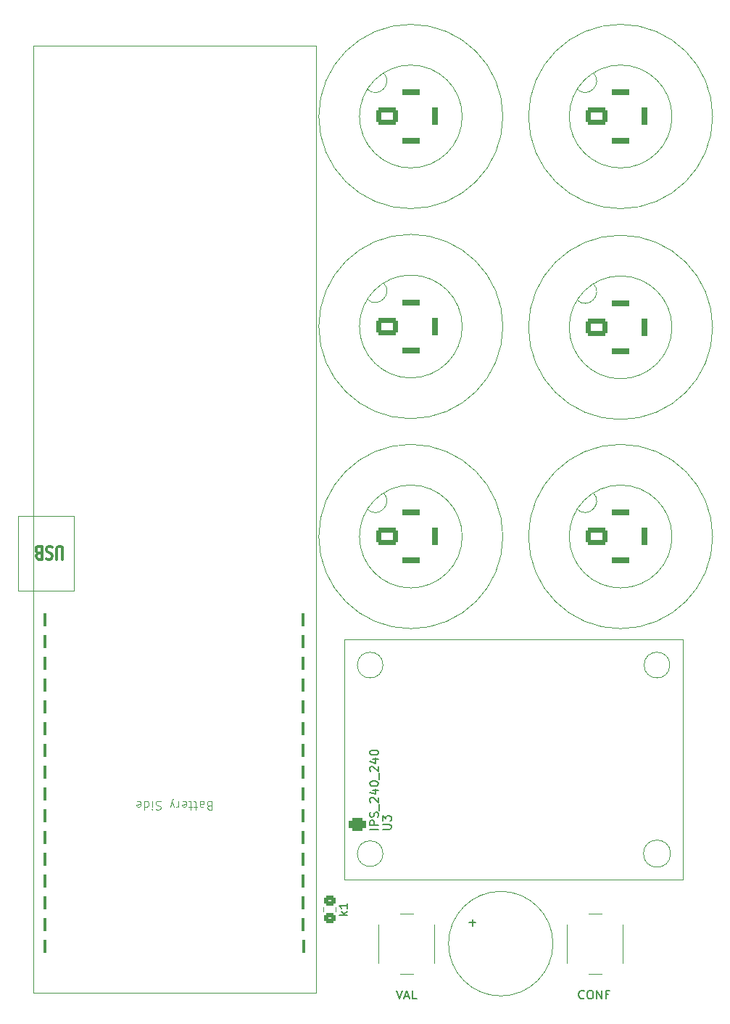
<source format=gbr>
%TF.GenerationSoftware,KiCad,Pcbnew,9.0.2*%
%TF.CreationDate,2025-10-29T16:28:32+01:00*%
%TF.ProjectId,neverx_main,6e657665-7278-45f6-9d61-696e2e6b6963,rev?*%
%TF.SameCoordinates,Original*%
%TF.FileFunction,Legend,Top*%
%TF.FilePolarity,Positive*%
%FSLAX46Y46*%
G04 Gerber Fmt 4.6, Leading zero omitted, Abs format (unit mm)*
G04 Created by KiCad (PCBNEW 9.0.2) date 2025-10-29 16:28:32*
%MOMM*%
%LPD*%
G01*
G04 APERTURE LIST*
G04 Aperture macros list*
%AMRoundRect*
0 Rectangle with rounded corners*
0 $1 Rounding radius*
0 $2 $3 $4 $5 $6 $7 $8 $9 X,Y pos of 4 corners*
0 Add a 4 corners polygon primitive as box body*
4,1,4,$2,$3,$4,$5,$6,$7,$8,$9,$2,$3,0*
0 Add four circle primitives for the rounded corners*
1,1,$1+$1,$2,$3*
1,1,$1+$1,$4,$5*
1,1,$1+$1,$6,$7*
1,1,$1+$1,$8,$9*
0 Add four rect primitives between the rounded corners*
20,1,$1+$1,$2,$3,$4,$5,0*
20,1,$1+$1,$4,$5,$6,$7,0*
20,1,$1+$1,$6,$7,$8,$9,0*
20,1,$1+$1,$8,$9,$2,$3,0*%
G04 Aperture macros list end*
%ADD10C,0.150000*%
%ADD11C,0.100000*%
%ADD12C,0.300000*%
%ADD13C,0.120000*%
%ADD14C,3.200000*%
%ADD15R,2.000000X2.000000*%
%ADD16C,2.000000*%
%ADD17RoundRect,0.250000X0.450000X-0.350000X0.450000X0.350000X-0.450000X0.350000X-0.450000X-0.350000X0*%
%ADD18RoundRect,0.300000X-1.000000X-0.700000X1.000000X-0.700000X1.000000X0.700000X-1.000000X0.700000X0*%
%ADD19RoundRect,1.000000X0.000010X-0.300000X0.000010X0.300000X-0.000010X0.300000X-0.000010X-0.300000X0*%
%ADD20RoundRect,1.000000X-0.300000X-0.000010X0.300000X-0.000010X0.300000X0.000010X-0.300000X0.000010X0*%
%ADD21RoundRect,1.000000X-0.000010X0.300000X-0.000010X-0.300000X0.000010X-0.300000X0.000010X0.300000X0*%
%ADD22RoundRect,0.400000X0.600000X-0.400000X0.600000X0.400000X-0.600000X0.400000X-0.600000X-0.400000X0*%
%ADD23O,2.000000X1.600000*%
%ADD24RoundRect,0.800000X0.200000X-0.000010X0.200000X0.000010X-0.200000X0.000010X-0.200000X-0.000010X0*%
G04 APERTURE END LIST*
D10*
X141319048Y-139533866D02*
X142080953Y-139533866D01*
X141700000Y-139914819D02*
X141700000Y-139152914D01*
X127104819Y-138642856D02*
X126104819Y-138642856D01*
X126723866Y-138547618D02*
X127104819Y-138261904D01*
X126438152Y-138261904D02*
X126819104Y-138642856D01*
X127104819Y-137309523D02*
X127104819Y-137880951D01*
X127104819Y-137595237D02*
X126104819Y-137595237D01*
X126104819Y-137595237D02*
X126247676Y-137690475D01*
X126247676Y-137690475D02*
X126342914Y-137785713D01*
X126342914Y-137785713D02*
X126390533Y-137880951D01*
X132833333Y-147454819D02*
X133166666Y-148454819D01*
X133166666Y-148454819D02*
X133499999Y-147454819D01*
X133785714Y-148169104D02*
X134261904Y-148169104D01*
X133690476Y-148454819D02*
X134023809Y-147454819D01*
X134023809Y-147454819D02*
X134357142Y-148454819D01*
X135166666Y-148454819D02*
X134690476Y-148454819D01*
X134690476Y-148454819D02*
X134690476Y-147454819D01*
X131204819Y-128663220D02*
X132014342Y-128663220D01*
X132014342Y-128663220D02*
X132109580Y-128615601D01*
X132109580Y-128615601D02*
X132157200Y-128567982D01*
X132157200Y-128567982D02*
X132204819Y-128472744D01*
X132204819Y-128472744D02*
X132204819Y-128282268D01*
X132204819Y-128282268D02*
X132157200Y-128187030D01*
X132157200Y-128187030D02*
X132109580Y-128139411D01*
X132109580Y-128139411D02*
X132014342Y-128091792D01*
X132014342Y-128091792D02*
X131204819Y-128091792D01*
X131204819Y-127710839D02*
X131204819Y-127091792D01*
X131204819Y-127091792D02*
X131585771Y-127425125D01*
X131585771Y-127425125D02*
X131585771Y-127282268D01*
X131585771Y-127282268D02*
X131633390Y-127187030D01*
X131633390Y-127187030D02*
X131681009Y-127139411D01*
X131681009Y-127139411D02*
X131776247Y-127091792D01*
X131776247Y-127091792D02*
X132014342Y-127091792D01*
X132014342Y-127091792D02*
X132109580Y-127139411D01*
X132109580Y-127139411D02*
X132157200Y-127187030D01*
X132157200Y-127187030D02*
X132204819Y-127282268D01*
X132204819Y-127282268D02*
X132204819Y-127567982D01*
X132204819Y-127567982D02*
X132157200Y-127663220D01*
X132157200Y-127663220D02*
X132109580Y-127710839D01*
X130704819Y-128663220D02*
X129704819Y-128663220D01*
X130704819Y-128187030D02*
X129704819Y-128187030D01*
X129704819Y-128187030D02*
X129704819Y-127806078D01*
X129704819Y-127806078D02*
X129752438Y-127710840D01*
X129752438Y-127710840D02*
X129800057Y-127663221D01*
X129800057Y-127663221D02*
X129895295Y-127615602D01*
X129895295Y-127615602D02*
X130038152Y-127615602D01*
X130038152Y-127615602D02*
X130133390Y-127663221D01*
X130133390Y-127663221D02*
X130181009Y-127710840D01*
X130181009Y-127710840D02*
X130228628Y-127806078D01*
X130228628Y-127806078D02*
X130228628Y-128187030D01*
X130657200Y-127234649D02*
X130704819Y-127091792D01*
X130704819Y-127091792D02*
X130704819Y-126853697D01*
X130704819Y-126853697D02*
X130657200Y-126758459D01*
X130657200Y-126758459D02*
X130609580Y-126710840D01*
X130609580Y-126710840D02*
X130514342Y-126663221D01*
X130514342Y-126663221D02*
X130419104Y-126663221D01*
X130419104Y-126663221D02*
X130323866Y-126710840D01*
X130323866Y-126710840D02*
X130276247Y-126758459D01*
X130276247Y-126758459D02*
X130228628Y-126853697D01*
X130228628Y-126853697D02*
X130181009Y-127044173D01*
X130181009Y-127044173D02*
X130133390Y-127139411D01*
X130133390Y-127139411D02*
X130085771Y-127187030D01*
X130085771Y-127187030D02*
X129990533Y-127234649D01*
X129990533Y-127234649D02*
X129895295Y-127234649D01*
X129895295Y-127234649D02*
X129800057Y-127187030D01*
X129800057Y-127187030D02*
X129752438Y-127139411D01*
X129752438Y-127139411D02*
X129704819Y-127044173D01*
X129704819Y-127044173D02*
X129704819Y-126806078D01*
X129704819Y-126806078D02*
X129752438Y-126663221D01*
X130800057Y-126472745D02*
X130800057Y-125710840D01*
X129800057Y-125520363D02*
X129752438Y-125472744D01*
X129752438Y-125472744D02*
X129704819Y-125377506D01*
X129704819Y-125377506D02*
X129704819Y-125139411D01*
X129704819Y-125139411D02*
X129752438Y-125044173D01*
X129752438Y-125044173D02*
X129800057Y-124996554D01*
X129800057Y-124996554D02*
X129895295Y-124948935D01*
X129895295Y-124948935D02*
X129990533Y-124948935D01*
X129990533Y-124948935D02*
X130133390Y-124996554D01*
X130133390Y-124996554D02*
X130704819Y-125567982D01*
X130704819Y-125567982D02*
X130704819Y-124948935D01*
X130038152Y-124091792D02*
X130704819Y-124091792D01*
X129657200Y-124329887D02*
X130371485Y-124567982D01*
X130371485Y-124567982D02*
X130371485Y-123948935D01*
X129704819Y-123377506D02*
X129704819Y-123282268D01*
X129704819Y-123282268D02*
X129752438Y-123187030D01*
X129752438Y-123187030D02*
X129800057Y-123139411D01*
X129800057Y-123139411D02*
X129895295Y-123091792D01*
X129895295Y-123091792D02*
X130085771Y-123044173D01*
X130085771Y-123044173D02*
X130323866Y-123044173D01*
X130323866Y-123044173D02*
X130514342Y-123091792D01*
X130514342Y-123091792D02*
X130609580Y-123139411D01*
X130609580Y-123139411D02*
X130657200Y-123187030D01*
X130657200Y-123187030D02*
X130704819Y-123282268D01*
X130704819Y-123282268D02*
X130704819Y-123377506D01*
X130704819Y-123377506D02*
X130657200Y-123472744D01*
X130657200Y-123472744D02*
X130609580Y-123520363D01*
X130609580Y-123520363D02*
X130514342Y-123567982D01*
X130514342Y-123567982D02*
X130323866Y-123615601D01*
X130323866Y-123615601D02*
X130085771Y-123615601D01*
X130085771Y-123615601D02*
X129895295Y-123567982D01*
X129895295Y-123567982D02*
X129800057Y-123520363D01*
X129800057Y-123520363D02*
X129752438Y-123472744D01*
X129752438Y-123472744D02*
X129704819Y-123377506D01*
X130800057Y-122853697D02*
X130800057Y-122091792D01*
X129800057Y-121901315D02*
X129752438Y-121853696D01*
X129752438Y-121853696D02*
X129704819Y-121758458D01*
X129704819Y-121758458D02*
X129704819Y-121520363D01*
X129704819Y-121520363D02*
X129752438Y-121425125D01*
X129752438Y-121425125D02*
X129800057Y-121377506D01*
X129800057Y-121377506D02*
X129895295Y-121329887D01*
X129895295Y-121329887D02*
X129990533Y-121329887D01*
X129990533Y-121329887D02*
X130133390Y-121377506D01*
X130133390Y-121377506D02*
X130704819Y-121948934D01*
X130704819Y-121948934D02*
X130704819Y-121329887D01*
X130038152Y-120472744D02*
X130704819Y-120472744D01*
X129657200Y-120710839D02*
X130371485Y-120948934D01*
X130371485Y-120948934D02*
X130371485Y-120329887D01*
X129704819Y-119758458D02*
X129704819Y-119663220D01*
X129704819Y-119663220D02*
X129752438Y-119567982D01*
X129752438Y-119567982D02*
X129800057Y-119520363D01*
X129800057Y-119520363D02*
X129895295Y-119472744D01*
X129895295Y-119472744D02*
X130085771Y-119425125D01*
X130085771Y-119425125D02*
X130323866Y-119425125D01*
X130323866Y-119425125D02*
X130514342Y-119472744D01*
X130514342Y-119472744D02*
X130609580Y-119520363D01*
X130609580Y-119520363D02*
X130657200Y-119567982D01*
X130657200Y-119567982D02*
X130704819Y-119663220D01*
X130704819Y-119663220D02*
X130704819Y-119758458D01*
X130704819Y-119758458D02*
X130657200Y-119853696D01*
X130657200Y-119853696D02*
X130609580Y-119901315D01*
X130609580Y-119901315D02*
X130514342Y-119948934D01*
X130514342Y-119948934D02*
X130323866Y-119996553D01*
X130323866Y-119996553D02*
X130085771Y-119996553D01*
X130085771Y-119996553D02*
X129895295Y-119948934D01*
X129895295Y-119948934D02*
X129800057Y-119901315D01*
X129800057Y-119901315D02*
X129752438Y-119853696D01*
X129752438Y-119853696D02*
X129704819Y-119758458D01*
D11*
X110947619Y-125901390D02*
X110804762Y-125853771D01*
X110804762Y-125853771D02*
X110757143Y-125806152D01*
X110757143Y-125806152D02*
X110709524Y-125710914D01*
X110709524Y-125710914D02*
X110709524Y-125568057D01*
X110709524Y-125568057D02*
X110757143Y-125472819D01*
X110757143Y-125472819D02*
X110804762Y-125425200D01*
X110804762Y-125425200D02*
X110900000Y-125377580D01*
X110900000Y-125377580D02*
X111280952Y-125377580D01*
X111280952Y-125377580D02*
X111280952Y-126377580D01*
X111280952Y-126377580D02*
X110947619Y-126377580D01*
X110947619Y-126377580D02*
X110852381Y-126329961D01*
X110852381Y-126329961D02*
X110804762Y-126282342D01*
X110804762Y-126282342D02*
X110757143Y-126187104D01*
X110757143Y-126187104D02*
X110757143Y-126091866D01*
X110757143Y-126091866D02*
X110804762Y-125996628D01*
X110804762Y-125996628D02*
X110852381Y-125949009D01*
X110852381Y-125949009D02*
X110947619Y-125901390D01*
X110947619Y-125901390D02*
X111280952Y-125901390D01*
X109852381Y-125377580D02*
X109852381Y-125901390D01*
X109852381Y-125901390D02*
X109900000Y-125996628D01*
X109900000Y-125996628D02*
X109995238Y-126044247D01*
X109995238Y-126044247D02*
X110185714Y-126044247D01*
X110185714Y-126044247D02*
X110280952Y-125996628D01*
X109852381Y-125425200D02*
X109947619Y-125377580D01*
X109947619Y-125377580D02*
X110185714Y-125377580D01*
X110185714Y-125377580D02*
X110280952Y-125425200D01*
X110280952Y-125425200D02*
X110328571Y-125520438D01*
X110328571Y-125520438D02*
X110328571Y-125615676D01*
X110328571Y-125615676D02*
X110280952Y-125710914D01*
X110280952Y-125710914D02*
X110185714Y-125758533D01*
X110185714Y-125758533D02*
X109947619Y-125758533D01*
X109947619Y-125758533D02*
X109852381Y-125806152D01*
X109519047Y-126044247D02*
X109138095Y-126044247D01*
X109376190Y-126377580D02*
X109376190Y-125520438D01*
X109376190Y-125520438D02*
X109328571Y-125425200D01*
X109328571Y-125425200D02*
X109233333Y-125377580D01*
X109233333Y-125377580D02*
X109138095Y-125377580D01*
X108947618Y-126044247D02*
X108566666Y-126044247D01*
X108804761Y-126377580D02*
X108804761Y-125520438D01*
X108804761Y-125520438D02*
X108757142Y-125425200D01*
X108757142Y-125425200D02*
X108661904Y-125377580D01*
X108661904Y-125377580D02*
X108566666Y-125377580D01*
X107852380Y-125425200D02*
X107947618Y-125377580D01*
X107947618Y-125377580D02*
X108138094Y-125377580D01*
X108138094Y-125377580D02*
X108233332Y-125425200D01*
X108233332Y-125425200D02*
X108280951Y-125520438D01*
X108280951Y-125520438D02*
X108280951Y-125901390D01*
X108280951Y-125901390D02*
X108233332Y-125996628D01*
X108233332Y-125996628D02*
X108138094Y-126044247D01*
X108138094Y-126044247D02*
X107947618Y-126044247D01*
X107947618Y-126044247D02*
X107852380Y-125996628D01*
X107852380Y-125996628D02*
X107804761Y-125901390D01*
X107804761Y-125901390D02*
X107804761Y-125806152D01*
X107804761Y-125806152D02*
X108280951Y-125710914D01*
X107376189Y-125377580D02*
X107376189Y-126044247D01*
X107376189Y-125853771D02*
X107328570Y-125949009D01*
X107328570Y-125949009D02*
X107280951Y-125996628D01*
X107280951Y-125996628D02*
X107185713Y-126044247D01*
X107185713Y-126044247D02*
X107090475Y-126044247D01*
X106852379Y-126044247D02*
X106614284Y-125377580D01*
X106376189Y-126044247D02*
X106614284Y-125377580D01*
X106614284Y-125377580D02*
X106709522Y-125139485D01*
X106709522Y-125139485D02*
X106757141Y-125091866D01*
X106757141Y-125091866D02*
X106852379Y-125044247D01*
X105280950Y-125425200D02*
X105138093Y-125377580D01*
X105138093Y-125377580D02*
X104899998Y-125377580D01*
X104899998Y-125377580D02*
X104804760Y-125425200D01*
X104804760Y-125425200D02*
X104757141Y-125472819D01*
X104757141Y-125472819D02*
X104709522Y-125568057D01*
X104709522Y-125568057D02*
X104709522Y-125663295D01*
X104709522Y-125663295D02*
X104757141Y-125758533D01*
X104757141Y-125758533D02*
X104804760Y-125806152D01*
X104804760Y-125806152D02*
X104899998Y-125853771D01*
X104899998Y-125853771D02*
X105090474Y-125901390D01*
X105090474Y-125901390D02*
X105185712Y-125949009D01*
X105185712Y-125949009D02*
X105233331Y-125996628D01*
X105233331Y-125996628D02*
X105280950Y-126091866D01*
X105280950Y-126091866D02*
X105280950Y-126187104D01*
X105280950Y-126187104D02*
X105233331Y-126282342D01*
X105233331Y-126282342D02*
X105185712Y-126329961D01*
X105185712Y-126329961D02*
X105090474Y-126377580D01*
X105090474Y-126377580D02*
X104852379Y-126377580D01*
X104852379Y-126377580D02*
X104709522Y-126329961D01*
X104280950Y-125377580D02*
X104280950Y-126044247D01*
X104280950Y-126377580D02*
X104328569Y-126329961D01*
X104328569Y-126329961D02*
X104280950Y-126282342D01*
X104280950Y-126282342D02*
X104233331Y-126329961D01*
X104233331Y-126329961D02*
X104280950Y-126377580D01*
X104280950Y-126377580D02*
X104280950Y-126282342D01*
X103376189Y-125377580D02*
X103376189Y-126377580D01*
X103376189Y-125425200D02*
X103471427Y-125377580D01*
X103471427Y-125377580D02*
X103661903Y-125377580D01*
X103661903Y-125377580D02*
X103757141Y-125425200D01*
X103757141Y-125425200D02*
X103804760Y-125472819D01*
X103804760Y-125472819D02*
X103852379Y-125568057D01*
X103852379Y-125568057D02*
X103852379Y-125853771D01*
X103852379Y-125853771D02*
X103804760Y-125949009D01*
X103804760Y-125949009D02*
X103757141Y-125996628D01*
X103757141Y-125996628D02*
X103661903Y-126044247D01*
X103661903Y-126044247D02*
X103471427Y-126044247D01*
X103471427Y-126044247D02*
X103376189Y-125996628D01*
X102519046Y-125425200D02*
X102614284Y-125377580D01*
X102614284Y-125377580D02*
X102804760Y-125377580D01*
X102804760Y-125377580D02*
X102899998Y-125425200D01*
X102899998Y-125425200D02*
X102947617Y-125520438D01*
X102947617Y-125520438D02*
X102947617Y-125901390D01*
X102947617Y-125901390D02*
X102899998Y-125996628D01*
X102899998Y-125996628D02*
X102804760Y-126044247D01*
X102804760Y-126044247D02*
X102614284Y-126044247D01*
X102614284Y-126044247D02*
X102519046Y-125996628D01*
X102519046Y-125996628D02*
X102471427Y-125901390D01*
X102471427Y-125901390D02*
X102471427Y-125806152D01*
X102471427Y-125806152D02*
X102947617Y-125710914D01*
D12*
X93816917Y-97149171D02*
X93816917Y-95934885D01*
X93816917Y-95934885D02*
X93759774Y-95792028D01*
X93759774Y-95792028D02*
X93702632Y-95720600D01*
X93702632Y-95720600D02*
X93588346Y-95649171D01*
X93588346Y-95649171D02*
X93359774Y-95649171D01*
X93359774Y-95649171D02*
X93245489Y-95720600D01*
X93245489Y-95720600D02*
X93188346Y-95792028D01*
X93188346Y-95792028D02*
X93131203Y-95934885D01*
X93131203Y-95934885D02*
X93131203Y-97149171D01*
X92616917Y-95720600D02*
X92445489Y-95649171D01*
X92445489Y-95649171D02*
X92159774Y-95649171D01*
X92159774Y-95649171D02*
X92045489Y-95720600D01*
X92045489Y-95720600D02*
X91988346Y-95792028D01*
X91988346Y-95792028D02*
X91931203Y-95934885D01*
X91931203Y-95934885D02*
X91931203Y-96077742D01*
X91931203Y-96077742D02*
X91988346Y-96220600D01*
X91988346Y-96220600D02*
X92045489Y-96292028D01*
X92045489Y-96292028D02*
X92159774Y-96363457D01*
X92159774Y-96363457D02*
X92388346Y-96434885D01*
X92388346Y-96434885D02*
X92502631Y-96506314D01*
X92502631Y-96506314D02*
X92559774Y-96577742D01*
X92559774Y-96577742D02*
X92616917Y-96720600D01*
X92616917Y-96720600D02*
X92616917Y-96863457D01*
X92616917Y-96863457D02*
X92559774Y-97006314D01*
X92559774Y-97006314D02*
X92502631Y-97077742D01*
X92502631Y-97077742D02*
X92388346Y-97149171D01*
X92388346Y-97149171D02*
X92102631Y-97149171D01*
X92102631Y-97149171D02*
X91931203Y-97077742D01*
X91016917Y-96434885D02*
X90845489Y-96363457D01*
X90845489Y-96363457D02*
X90788346Y-96292028D01*
X90788346Y-96292028D02*
X90731203Y-96149171D01*
X90731203Y-96149171D02*
X90731203Y-95934885D01*
X90731203Y-95934885D02*
X90788346Y-95792028D01*
X90788346Y-95792028D02*
X90845489Y-95720600D01*
X90845489Y-95720600D02*
X90959774Y-95649171D01*
X90959774Y-95649171D02*
X91416917Y-95649171D01*
X91416917Y-95649171D02*
X91416917Y-97149171D01*
X91416917Y-97149171D02*
X91016917Y-97149171D01*
X91016917Y-97149171D02*
X90902632Y-97077742D01*
X90902632Y-97077742D02*
X90845489Y-97006314D01*
X90845489Y-97006314D02*
X90788346Y-96863457D01*
X90788346Y-96863457D02*
X90788346Y-96720600D01*
X90788346Y-96720600D02*
X90845489Y-96577742D01*
X90845489Y-96577742D02*
X90902632Y-96506314D01*
X90902632Y-96506314D02*
X91016917Y-96434885D01*
X91016917Y-96434885D02*
X91416917Y-96434885D01*
D10*
X154733333Y-148359580D02*
X154685714Y-148407200D01*
X154685714Y-148407200D02*
X154542857Y-148454819D01*
X154542857Y-148454819D02*
X154447619Y-148454819D01*
X154447619Y-148454819D02*
X154304762Y-148407200D01*
X154304762Y-148407200D02*
X154209524Y-148311961D01*
X154209524Y-148311961D02*
X154161905Y-148216723D01*
X154161905Y-148216723D02*
X154114286Y-148026247D01*
X154114286Y-148026247D02*
X154114286Y-147883390D01*
X154114286Y-147883390D02*
X154161905Y-147692914D01*
X154161905Y-147692914D02*
X154209524Y-147597676D01*
X154209524Y-147597676D02*
X154304762Y-147502438D01*
X154304762Y-147502438D02*
X154447619Y-147454819D01*
X154447619Y-147454819D02*
X154542857Y-147454819D01*
X154542857Y-147454819D02*
X154685714Y-147502438D01*
X154685714Y-147502438D02*
X154733333Y-147550057D01*
X155352381Y-147454819D02*
X155542857Y-147454819D01*
X155542857Y-147454819D02*
X155638095Y-147502438D01*
X155638095Y-147502438D02*
X155733333Y-147597676D01*
X155733333Y-147597676D02*
X155780952Y-147788152D01*
X155780952Y-147788152D02*
X155780952Y-148121485D01*
X155780952Y-148121485D02*
X155733333Y-148311961D01*
X155733333Y-148311961D02*
X155638095Y-148407200D01*
X155638095Y-148407200D02*
X155542857Y-148454819D01*
X155542857Y-148454819D02*
X155352381Y-148454819D01*
X155352381Y-148454819D02*
X155257143Y-148407200D01*
X155257143Y-148407200D02*
X155161905Y-148311961D01*
X155161905Y-148311961D02*
X155114286Y-148121485D01*
X155114286Y-148121485D02*
X155114286Y-147788152D01*
X155114286Y-147788152D02*
X155161905Y-147597676D01*
X155161905Y-147597676D02*
X155257143Y-147502438D01*
X155257143Y-147502438D02*
X155352381Y-147454819D01*
X156209524Y-148454819D02*
X156209524Y-147454819D01*
X156209524Y-147454819D02*
X156780952Y-148454819D01*
X156780952Y-148454819D02*
X156780952Y-147454819D01*
X157590476Y-147931009D02*
X157257143Y-147931009D01*
X157257143Y-148454819D02*
X157257143Y-147454819D01*
X157257143Y-147454819D02*
X157733333Y-147454819D01*
D13*
%TO.C,BZ2*%
X151100000Y-142000000D02*
G75*
G02*
X138900000Y-142000000I-6100000J0D01*
G01*
X138900000Y-142000000D02*
G75*
G02*
X151100000Y-142000000I6100000J0D01*
G01*
%TO.C,R1*%
X124265000Y-138227064D02*
X124265000Y-137772936D01*
X125735000Y-138227064D02*
X125735000Y-137772936D01*
D11*
%TO.C,J1*%
X131300000Y-40397370D02*
G75*
G02*
X129397370Y-42300000I-951315J-951315D01*
G01*
X140500000Y-45500000D02*
G75*
G02*
X128500000Y-45500000I-6000000J0D01*
G01*
X128500000Y-45500000D02*
G75*
G02*
X140500000Y-45500000I6000000J0D01*
G01*
X145250000Y-45500000D02*
G75*
G02*
X123750000Y-45500000I-10750000J0D01*
G01*
X123750000Y-45500000D02*
G75*
G02*
X145250000Y-45500000I10750000J0D01*
G01*
D13*
%TO.C,SW1*%
X130750000Y-139750000D02*
X130750000Y-144250000D01*
X133250000Y-145500000D02*
X134750000Y-145500000D01*
X134750000Y-138500000D02*
X133250000Y-138500000D01*
X137250000Y-144250000D02*
X137250000Y-139750000D01*
D11*
%TO.C,J4*%
X155800000Y-64997370D02*
G75*
G02*
X153897370Y-66900000I-951315J-951315D01*
G01*
X165000000Y-70100000D02*
G75*
G02*
X153000000Y-70100000I-6000000J0D01*
G01*
X153000000Y-70100000D02*
G75*
G02*
X165000000Y-70100000I6000000J0D01*
G01*
X169750000Y-70100000D02*
G75*
G02*
X148250000Y-70100000I-10750000J0D01*
G01*
X148250000Y-70100000D02*
G75*
G02*
X169750000Y-70100000I10750000J0D01*
G01*
%TO.C,J3*%
X131300000Y-64897370D02*
G75*
G02*
X129397370Y-66800000I-951315J-951315D01*
G01*
X140500000Y-70000000D02*
G75*
G02*
X128500000Y-70000000I-6000000J0D01*
G01*
X128500000Y-70000000D02*
G75*
G02*
X140500000Y-70000000I6000000J0D01*
G01*
X145250000Y-70000000D02*
G75*
G02*
X123750000Y-70000000I-10750000J0D01*
G01*
X123750000Y-70000000D02*
G75*
G02*
X145250000Y-70000000I10750000J0D01*
G01*
%TO.C,J5*%
X131300000Y-89397370D02*
G75*
G02*
X129397370Y-91300000I-951315J-951315D01*
G01*
X140500000Y-94500000D02*
G75*
G02*
X128500000Y-94500000I-6000000J0D01*
G01*
X128500000Y-94500000D02*
G75*
G02*
X140500000Y-94500000I6000000J0D01*
G01*
X145250000Y-94500000D02*
G75*
G02*
X123750000Y-94500000I-10750000J0D01*
G01*
X123750000Y-94500000D02*
G75*
G02*
X145250000Y-94500000I10750000J0D01*
G01*
%TO.C,J2*%
X155800000Y-40397370D02*
G75*
G02*
X153897370Y-42300000I-951315J-951315D01*
G01*
X165000000Y-45500000D02*
G75*
G02*
X153000000Y-45500000I-6000000J0D01*
G01*
X153000000Y-45500000D02*
G75*
G02*
X165000000Y-45500000I6000000J0D01*
G01*
X169750000Y-45500000D02*
G75*
G02*
X148250000Y-45500000I-10750000J0D01*
G01*
X148250000Y-45500000D02*
G75*
G02*
X169750000Y-45500000I10750000J0D01*
G01*
D13*
%TO.C,U3*%
X126750000Y-106500000D02*
X166250000Y-106500000D01*
X126750000Y-120500000D02*
X126750000Y-106500000D01*
X126750000Y-134500000D02*
X126750000Y-120500000D01*
X166250000Y-106500000D02*
X166250000Y-134500000D01*
X166250000Y-134500000D02*
X126750000Y-134500000D01*
X131250000Y-109500000D02*
G75*
G02*
X128250000Y-109500000I-1500000J0D01*
G01*
X128250000Y-109500000D02*
G75*
G02*
X131250000Y-109500000I1500000J0D01*
G01*
X131250000Y-131500000D02*
G75*
G02*
X128250000Y-131500000I-1500000J0D01*
G01*
X128250000Y-131500000D02*
G75*
G02*
X131250000Y-131500000I1500000J0D01*
G01*
X164750000Y-109500000D02*
G75*
G02*
X161750000Y-109500000I-1500000J0D01*
G01*
X161750000Y-109500000D02*
G75*
G02*
X164750000Y-109500000I1500000J0D01*
G01*
X164831139Y-131500000D02*
G75*
G02*
X161668861Y-131500000I-1581139J0D01*
G01*
X161668861Y-131500000D02*
G75*
G02*
X164831139Y-131500000I1581139J0D01*
G01*
%TO.C,U1*%
D11*
X95150000Y-100850000D02*
X88600000Y-100850000D01*
X88600000Y-92150000D01*
X95150000Y-92150000D01*
X95150000Y-100850000D01*
X123400000Y-147750000D02*
X90400000Y-147750000D01*
X90400000Y-37250000D01*
X123400000Y-37250000D01*
X123400000Y-147750000D01*
D13*
%TO.C,SW2*%
X152750000Y-139750000D02*
X152750000Y-144250000D01*
X155250000Y-145500000D02*
X156750000Y-145500000D01*
X156750000Y-138500000D02*
X155250000Y-138500000D01*
X159250000Y-144250000D02*
X159250000Y-139750000D01*
D11*
%TO.C,J6*%
X155800000Y-89397370D02*
G75*
G02*
X153897370Y-91300000I-951315J-951315D01*
G01*
X165000000Y-94500000D02*
G75*
G02*
X153000000Y-94500000I-6000000J0D01*
G01*
X153000000Y-94500000D02*
G75*
G02*
X165000000Y-94500000I6000000J0D01*
G01*
X169750000Y-94500000D02*
G75*
G02*
X148250000Y-94500000I-10750000J0D01*
G01*
X148250000Y-94500000D02*
G75*
G02*
X169750000Y-94500000I10750000J0D01*
G01*
%TD*%
%LPC*%
D14*
%TO.C,H6*%
X146750000Y-57750000D03*
%TD*%
D15*
%TO.C,BZ2*%
X141700000Y-142000000D03*
D16*
X148300000Y-142000000D03*
%TD*%
D17*
%TO.C,R1*%
X125000000Y-139000000D03*
X125000000Y-137000000D03*
%TD*%
D14*
%TO.C,H5*%
X146750000Y-82250000D03*
%TD*%
D18*
%TO.C,J1*%
X131700000Y-45500000D03*
D19*
X134500000Y-42700000D03*
D20*
X137300000Y-45500000D03*
D21*
X134500000Y-48300000D03*
D16*
X134500000Y-45500000D03*
%TD*%
%TO.C,SW1*%
X131750000Y-145250000D03*
X131750000Y-138750000D03*
X136250000Y-145250000D03*
X136250000Y-138750000D03*
%TD*%
D14*
%TO.C,H2*%
X93500000Y-33500000D03*
%TD*%
D18*
%TO.C,J4*%
X156200000Y-70100000D03*
D19*
X159000000Y-67300000D03*
D20*
X161800000Y-70100000D03*
D21*
X159000000Y-72900000D03*
D16*
X159000000Y-70100000D03*
%TD*%
D18*
%TO.C,J3*%
X131700000Y-70000000D03*
D19*
X134500000Y-67200000D03*
D20*
X137300000Y-70000000D03*
D21*
X134500000Y-72800000D03*
D16*
X134500000Y-70000000D03*
%TD*%
D14*
%TO.C,H3*%
X166500000Y-151500000D03*
%TD*%
%TO.C,H4*%
X166500000Y-33500000D03*
%TD*%
D18*
%TO.C,J5*%
X131700000Y-94500000D03*
D19*
X134500000Y-91700000D03*
D20*
X137300000Y-94500000D03*
D21*
X134500000Y-97300000D03*
D16*
X134500000Y-94500000D03*
%TD*%
D18*
%TO.C,J2*%
X156200000Y-45500000D03*
D19*
X159000000Y-42700000D03*
D20*
X161800000Y-45500000D03*
D21*
X159000000Y-48300000D03*
D16*
X159000000Y-45500000D03*
%TD*%
D22*
%TO.C,U3*%
X128250000Y-128120000D03*
D23*
X128250000Y-125580000D03*
X128250000Y-123040000D03*
X128250000Y-120500000D03*
X128250000Y-117960000D03*
X128250000Y-115420000D03*
X128250000Y-112880000D03*
%TD*%
D24*
%TO.C,U1*%
X122000000Y-142350000D03*
X121942099Y-139810000D03*
X121942099Y-137270000D03*
X121942099Y-134730000D03*
X121942099Y-132190000D03*
X121942099Y-129650000D03*
X121942099Y-127110000D03*
X121942099Y-124570000D03*
X121942099Y-122030000D03*
X121942099Y-119490000D03*
X121942099Y-116950000D03*
X121942099Y-114410000D03*
X121942099Y-111870000D03*
X121942099Y-109330000D03*
X121942099Y-106790000D03*
X121942099Y-104250000D03*
X91800000Y-104250000D03*
X91800000Y-106790000D03*
X91800000Y-109330000D03*
X91800000Y-111870000D03*
X91800000Y-114410000D03*
X91800000Y-116950000D03*
X91800000Y-119490000D03*
X91800000Y-122030000D03*
X91800000Y-124570000D03*
X91800000Y-127110000D03*
X91800000Y-129650000D03*
X91800000Y-132190000D03*
X91800000Y-134730000D03*
X91800000Y-137270000D03*
X91800000Y-139810000D03*
X91800000Y-142350000D03*
%TD*%
D16*
%TO.C,SW2*%
X153750000Y-145250000D03*
X153750000Y-138750000D03*
X158250000Y-145250000D03*
X158250000Y-138750000D03*
%TD*%
D14*
%TO.C,H1*%
X93500000Y-151500000D03*
%TD*%
D18*
%TO.C,J6*%
X156200000Y-94500000D03*
D19*
X159000000Y-91700000D03*
D20*
X161800000Y-94500000D03*
D21*
X159000000Y-97300000D03*
D16*
X159000000Y-94500000D03*
%TD*%
%LPD*%
M02*

</source>
